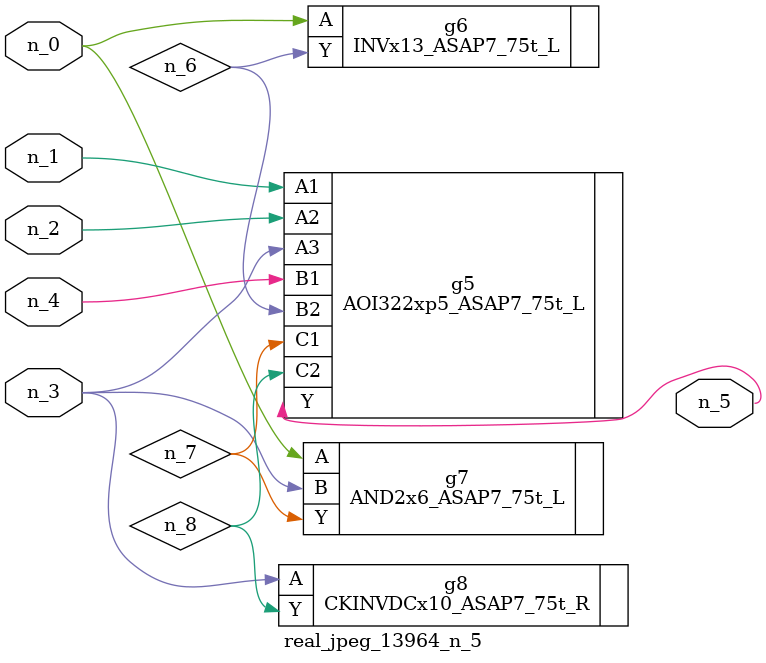
<source format=v>
module real_jpeg_13964_n_5 (n_4, n_0, n_1, n_2, n_3, n_5);

input n_4;
input n_0;
input n_1;
input n_2;
input n_3;

output n_5;

wire n_8;
wire n_6;
wire n_7;

INVx13_ASAP7_75t_L g6 ( 
.A(n_0),
.Y(n_6)
);

AND2x6_ASAP7_75t_L g7 ( 
.A(n_0),
.B(n_3),
.Y(n_7)
);

AOI322xp5_ASAP7_75t_L g5 ( 
.A1(n_1),
.A2(n_2),
.A3(n_3),
.B1(n_4),
.B2(n_6),
.C1(n_7),
.C2(n_8),
.Y(n_5)
);

CKINVDCx10_ASAP7_75t_R g8 ( 
.A(n_3),
.Y(n_8)
);


endmodule
</source>
